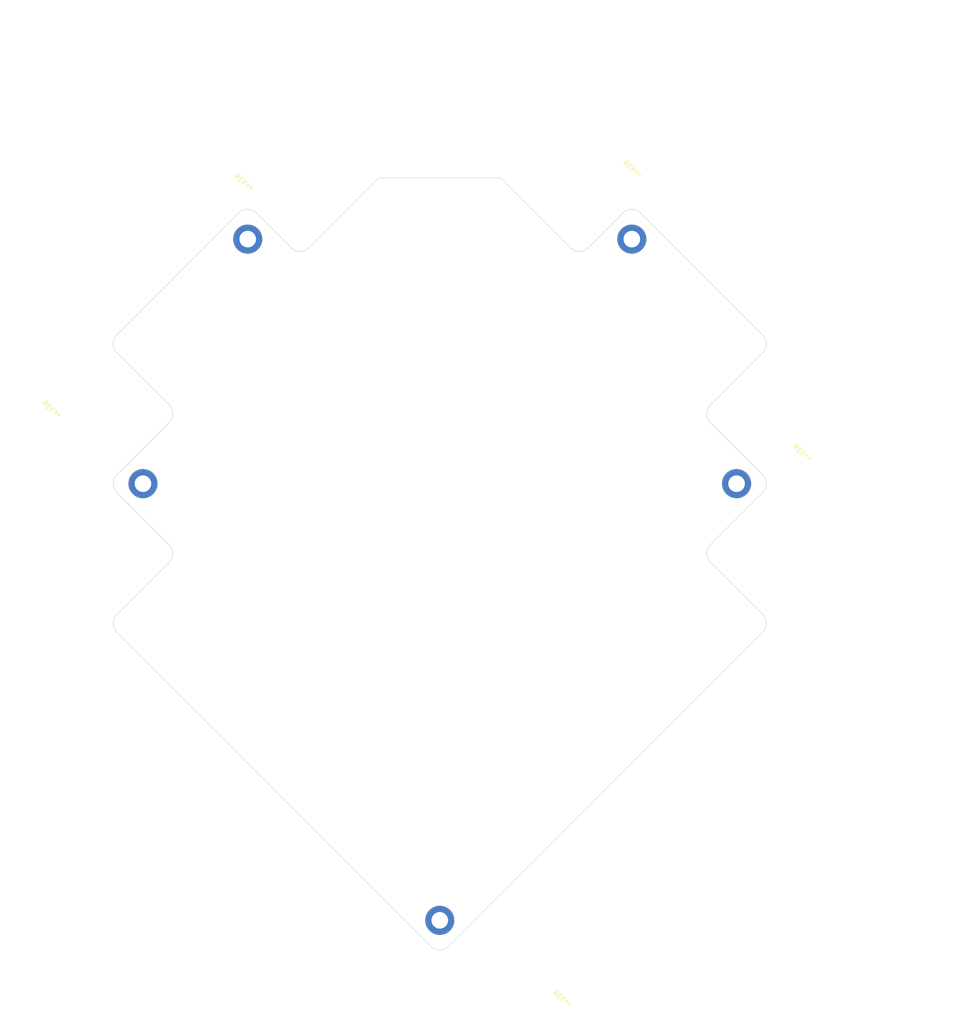
<source format=kicad_pcb>
(kicad_pcb (version 20211014) (generator pcbnew)
  (layers (0 "F.Cu" signal) (31 "B.Cu" signal) (34 "B.Paste" user) (35 "F.Paste" user) (36 "B.SilkS" user "B.Silkscreen") (37 "F.SilkS" user "F.Silkscreen") (38 "B.Mask" user) (39 "F.Mask" user) (44 "Edge.Cuts" user))
  (net 0 "")
  (footprint "MountingHole:MountingHole_3.2mm_M3_DIN965_Pad" (layer "F.Cu") (at 179.117095 28.701292 -45)
    (fp_text reference "REF**" (at -9.525 -9.525 135) (layer "F.SilkS"))
    (fp_text value "MountingHole_3.2mm_M3_DIN965_Pad")
    (pad "1" thru_hole circle (at 0 0 315) (size 5.6 5.6) (drill 3.2) (layers *.Cu *.Mask))
  )
  (footprint "MountingHole:MountingHole_3.2mm_M3_DIN965_Pad" (layer "F.Cu") (at 199.322671 75.847636 -45)
    (fp_text reference "REF**" (at 4.7625 -13.096875 135) (layer "F.SilkS"))
    (fp_text value "MountingHole_3.2mm_M3_DIN965_Pad")
    (pad "1" thru_hole circle (at 0 0 315) (size 5.6 5.6) (drill 3.2) (layers *.Cu *.Mask))
  )
  (footprint "MountingHole:MountingHole_3.2mm_M3_DIN965_Pad" (layer "F.Cu") (at 84.824406 75.847636 -45)
    (fp_text reference "REF**" (at -22.621875 2.38125 135) (layer "F.SilkS"))
    (fp_text value "MountingHole_3.2mm_M3_DIN965_Pad")
    (pad "1" thru_hole circle (at 0 0 315) (size 5.6 5.6) (drill 3.2) (layers *.Cu *.Mask))
  )
  (footprint "MountingHole:MountingHole_3.2mm_M3_DIN965_Pad" (layer "F.Cu") (at 142.073538 160.037537 -45)
    (fp_text reference "REF**" (at 27.384375 -5.953125 135) (layer "F.SilkS"))
    (fp_text value "MountingHole_3.2mm_M3_DIN965_Pad")
    (pad "1" thru_hole circle (at 0 0 315) (size 5.6 5.6) (drill 3.2) (layers *.Cu *.Mask))
  )
  (footprint "MountingHole:MountingHole_3.2mm_M3_DIN965_Pad" (layer "F.Cu") (at 105.029982 28.701292 -45)
    (fp_text reference "REF**" (at -8.334375 -7.14375 135) (layer "F.SilkS"))
    (fp_text value "MountingHole_3.2mm_M3_DIN965_Pad")
    (pad "1" thru_hole circle (at 0 0 315) (size 5.6 5.6) (drill 3.2) (layers *.Cu *.Mask))
  )
  (footprint "Keebio-Parts:hl_logo" (layer "F.Cu") (at 141.918825 76.439942)
    (fp_text reference "G***")
    (fp_text value "LOGO" hide)
  )
  (gr_arc (start 204.374065 101.104607) (mid 205.071517 102.788405) (end 204.374065 104.472203) (layer "Edge.Cuts") (width 0.1))
  (gr_arc (start 204.374065 47.22307) (mid 205.071517 48.906868) (end 204.374065 50.590666) (layer "Edge.Cuts") (width 0.1))
  (gr_arc (start 177.433297 23.649898) (mid 179.117095 22.952446) (end 180.800893 23.649898) (layer "Edge.Cuts") (width 0.1))
  (gr_arc (start 204.374065 74.163838) (mid 205.071517 75.847636) (end 204.374065 77.531434) (layer "Edge.Cuts") (width 0.1))
  (gr_arc (start 89.8758 87.634222) (mid 90.573252 89.318021) (end 89.8758 91.001819) (layer "Edge.Cuts") (width 0.1))
  (gr_line (start 89.8758 64.06105) (end 79.773011 74.163838) (layer "Edge.Cuts") (width 0.1))
  (gr_arc (start 103.346184 23.649898) (mid 105.029982 22.952446) (end 106.71378 23.649898) (layer "Edge.Cuts") (width 0.1))
  (gr_arc (start 79.773011 104.472203) (mid 79.075559 102.788405) (end 79.773011 101.104607) (layer "Edge.Cuts") (width 0.1))
  (gr_line (start 194.271277 60.693454) (end 204.374065 50.590666) (layer "Edge.Cuts") (width 0.1))
  (gr_arc (start 89.8758 60.693454) (mid 90.573252 62.377252) (end 89.8758 64.06105) (layer "Edge.Cuts") (width 0.1))
  (gr_line (start 204.374065 47.22307) (end 180.800893 23.649898) (layer "Edge.Cuts") (width 0.1))
  (gr_arc (start 79.773011 50.590666) (mid 79.075559 48.906868) (end 79.773011 47.22307) (layer "Edge.Cuts") (width 0.1))
  (gr_line (start 113.448972 30.38509) (end 106.71378 23.649898) (layer "Edge.Cuts") (width 0.1))
  (gr_line (start 103.346184 23.649898) (end 79.773011 47.22307) (layer "Edge.Cuts") (width 0.1))
  (gr_arc (start 143.757336 165.088932) (mid 142.073538 165.786384) (end 140.38974 165.088932) (layer "Edge.Cuts") (width 0.1))
  (gr_line (start 79.773011 104.472203) (end 140.38974 165.088932) (layer "Edge.Cuts") (width 0.1))
  (gr_line (start 79.773011 77.531434) (end 89.8758 87.634222) (layer "Edge.Cuts") (width 0.1))
  (gr_line (start 194.271277 87.634222) (end 204.374065 77.531434) (layer "Edge.Cuts") (width 0.1))
  (gr_line (start 116.816568 30.38509) (end 130.286952 16.914706) (layer "Edge.Cuts") (width 0.1))
  (gr_line (start 167.330509 30.38509) (end 153.860124 16.914706) (layer "Edge.Cuts") (width 0.1))
  (gr_arc (start 170.698105 30.38509) (mid 169.014307 31.082542) (end 167.330509 30.38509) (layer "Edge.Cuts") (width 0.1))
  (gr_line (start 204.374065 101.104607) (end 194.271277 91.001819) (layer "Edge.Cuts") (width 0.1))
  (gr_arc (start 194.271277 91.001819) (mid 193.573824 89.318021) (end 194.271277 87.634222) (layer "Edge.Cuts") (width 0.1))
  (gr_line (start 89.8758 91.001819) (end 79.773011 101.104607) (layer "Edge.Cuts") (width 0.1))
  (gr_line (start 79.773011 50.590666) (end 89.8758 60.693454) (layer "Edge.Cuts") (width 0.1))
  (gr_arc (start 79.773011 77.531434) (mid 79.075559 75.847636) (end 79.773011 74.163838) (layer "Edge.Cuts") (width 0.1))
  (gr_arc (start 116.816568 30.38509) (mid 115.13277 31.082542) (end 113.448972 30.38509) (layer "Edge.Cuts") (width 0.1))
  (gr_line (start 204.374065 74.163838) (end 194.271277 64.06105) (layer "Edge.Cuts") (width 0.1))
  (gr_line (start 143.757336 165.088932) (end 204.374065 104.472203) (layer "Edge.Cuts") (width 0.1))
  (gr_line (start 177.433297 23.649898) (end 170.698105 30.38509) (layer "Edge.Cuts") (width 0.1))
  (gr_arc (start 194.271277 64.06105) (mid 193.573825 62.377252) (end 194.271277 60.693454) (layer "Edge.Cuts") (width 0.1))
  (gr_line (start 130.286952 16.914706) (end 153.860124 16.914706) (layer "Edge.Cuts") (width 0.1))
)
</source>
